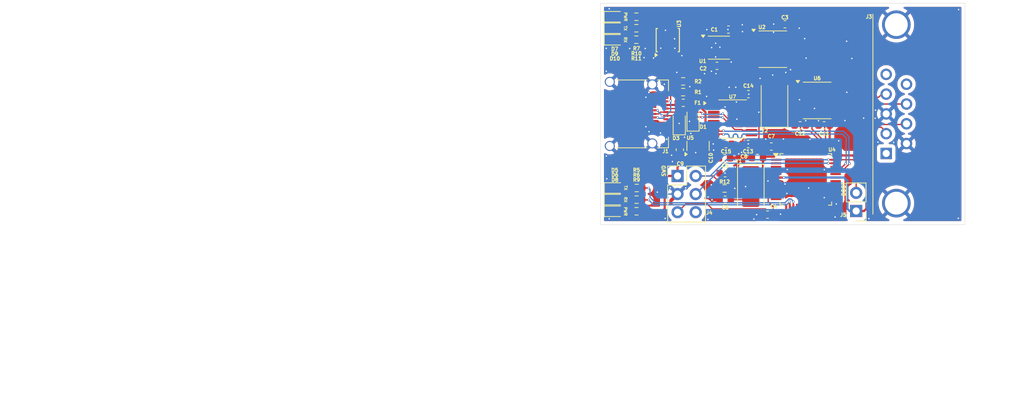
<source format=kicad_pcb>
(kicad_pcb (version 20241229) (generator "pcbnew") (generator_version "9.0")
  (layers (0 "F.Cu" signal) (2 "B.Cu" signal) (13 "F.Paste" user) (15 "B.Paste" user) (5 "F.SilkS" user "F.Silkscreen") (7 "B.SilkS" user "B.Silkscreen") (1 "F.Mask" user) (3 "B.Mask" user) (25 "Edge.Cuts" user))
  (net 0 "")
  (net 1 "GND")
  (net 2 "Net-(U1-V3)")
  (net 3 "+5V")
  (net 4 "+3.3V")
  (net 5 "/mcu/NRST")
  (net 6 "Net-(U4-PF0)")
  (net 7 "Net-(U4-PF1)")
  (net 8 "Net-(U7-VDD33)")
  (net 9 "Net-(D5-A)")
  (net 10 "Net-(D6-A)")
  (net 11 "/CAN-")
  (net 12 "/D_RS-")
  (net 13 "/D_RS+")
  (net 14 "Net-(D10-A)")
  (net 15 "Net-(D7-A)")
  (net 16 "Net-(D8-A)")
  (net 17 "Net-(D9-A)")
  (net 18 "Net-(F1-Pad1)")
  (net 19 "/D_CAN-")
  (net 20 "Net-(J1-CC1)")
  (net 21 "Net-(J1-CC2)")
  (net 22 "/D_CAN+")
  (net 23 "/CAN+")
  (net 27 "/mcu/SWDIO")
  (net 28 "/mcu/SWCLK")
  (net 30 "/mcu/LED_RX")
  (net 31 "/mcu/LED_TX")
  (net 32 "Net-(R10-Pad2)")
  (net 33 "Net-(R11-Pad2)")
  (net 35 "Net-(U1-TNOW)")
  (net 67 "/RX")
  (net 68 "/TX")
  (net 71 "/M+")
  (net 72 "/M-")
  (net 73 "Net-(U7-XO)")
  (net 74 "Net-(U7-XI)")
  (net 80 "/D+")
  (net 81 "/D-")
  (net 82 "/mcu/CAN_TX")
  (net 83 "/mcu/CAN_RX")
  (net 84 "/mcu/CAN_S")
  (footprint "Resistor_SMD:R_0603_1608Metric" (layer "F.Cu") (at 131.49 88.425)
    (property "Reference" "R7")
    (property "Value" "1k")
  )
  (footprint "Crystal:Crystal_SMD_5032-2Pin_5.0x3.2mm" (layer "F.Cu") (at 147.4975 112.205 -90)
    (property "Reference" "Y1")
    (property "Value" "HCI XC53G2-8.000-F12NJHP")
  )
  (footprint "Resistor_SMD:R_0603_1608Metric" (layer "F.Cu") (at 143.83 112.485)
    (property "Reference" "R12")
    (property "Value" "10k")
  )
  (footprint "Resistor_SMD:R_0603_1608Metric" (layer "F.Cu") (at 131.505 115.675)
    (property "Reference" "R9")
    (property "Value" "1k")
  )
  (footprint "Package_SO:MSOP-10_3x3mm_P0.5mm" (layer "F.Cu") (at 143.0325 92.755)
    (property "Reference" "U1")
    (property "Value" "CH340E")
  )
  (footprint "Diode_SMD:D_SOD-323" (layer "F.Cu") (at 139.415 102.835 90)
    (property "Reference" "D1")
    (property "Value" "PTVSHC3D4V5B")
  )
  (footprint "Capacitor_SMD:C_0603_1608Metric" (layer "F.Cu") (at 142.76 95.305)
    (property "Reference" "C2")
    (property "Value" "100n / 16V")
  )
  (footprint "Connector_PinHeader_2.54mm:PinHeader_2x03_P2.54mm_Vertical" (layer "F.Cu") (at 137.245 110.725)
    (property "Reference" "J4")
    (property "Value" "SWD")
  )
  (footprint "Capacitor_SMD:C_0603_1608Metric" (layer "F.Cu") (at 149.84 116.145)
    (property "Reference" "C4")
    (property "Value" "100n / 16V")
  )
  (footprint "Capacitor_SMD:C_0603_1608Metric" (layer "F.Cu") (at 137.565 107.05 90)
    (property "Reference" "C9")
    (property "Value" "10u / 16V")
  )
  (footprint "LED_SMD:LED_0603_1608Metric" (layer "F.Cu") (at 128.4575 91.655)
    (property "Reference" "D10")
    (property "Value" "yellow")
  )
  (footprint "Connector_Dsub:DSUB-9_Pins_Horizontal_P2.77x2.84mm_EdgePinOffset7.70mm_Housed_MountingHolesOffset9.12mm" (layer "F.Cu") (at 166.435 107.575 90)
    (property "Reference" "J3")
    (property "Value" "DB9")
  )
  (footprint "Crystal:Crystal_SMD_5032-2Pin_5.0x3.2mm" (layer "F.Cu") (at 150.81 100.805 90)
    (property "Reference" "Y2")
    (property "Value" "HCI XC53G2-12.000-F20LJDT")
  )
  (footprint "Capacitor_SMD:C_0603_1608Metric" (layer "F.Cu") (at 157.75 103.635)
    (property "Reference" "C11")
    (property "Value" "100n / 16V")
  )
  (footprint "Capacitor_SMD:C_0603_1608Metric" (layer "F.Cu") (at 143.82 108.235 180)
    (property "Reference" "C10")
    (property "Value" "10u / 16V")
  )
  (footprint "Resistor_SMD:R_0603_1608Metric" (layer "F.Cu") (at 131.535 112.415)
    (property "Reference" "R5")
    (property "Value" "1k")
  )
  (footprint "Capacitor_SMD:C_0603_1608Metric" (layer "F.Cu") (at 144.37 90.225 180)
    (property "Reference" "C1")
    (property "Value" "100n")
  )
  (footprint "Capacitor_SMD:C_0603_1608Metric" (layer "F.Cu") (at 154.4 103.635 180)
    (property "Reference" "C12")
    (property "Value" "100n / 16V")
  )
  (footprint "Resistor_SMD:R_0603_1608Metric" (layer "F.Cu") (at 131.48 90.035)
    (property "Reference" "R10")
    (property "Value" "1k")
  )
  (footprint "Package_SO:SOIC-8_3.9x4.9mm_P1.27mm" (layer "F.Cu") (at 150.58 92.97)
    (property "Reference" "U2")
    (property "Value" "MAX485E")
  )
  (footprint "Diode_SMD:D_SOD-323" (layer "F.Cu") (at 137.485 103.355 90)
    (property "Reference" "D3")
    (property "Value" "PTVSHC3D4V5B")
  )
  (footprint "Resistor_SMD:R_0603_1608Metric" (layer "F.Cu") (at 138.031827 97.482573)
    (property "Reference" "R2")
    (property "Value" "5.1k")
  )
  (footprint "Package_QFP:LQFP-48_7x7mm_P0.5mm" (layer "F.Cu") (at 155.1975 111.205)
    (property "Reference" "U4")
    (property "Value" "STM32G0B1CBT")
  )
  (footprint "Capacitor_SMD:C_0603_1608Metric" (layer "F.Cu") (at 152.27 89.475)
    (property "Reference" "C3")
    (property "Value" "100n / 16V")
  )
  (footprint "Package_TO_SOT_SMD:SOT-23" (layer "F.Cu") (at 140.115 106.5225 90)
    (property "Reference" "U5")
    (property "Value" "MCP1754S-3302xCB")
  )
  (footprint "Capacitor_SMD:C_0603_1608Metric" (layer "F.Cu") (at 147.1225 106.255 180)
    (property "Reference" "C13")
    (property "Value" "100n / 16V")
  )
  (footprint "Resistor_SMD:R_0603_1608Metric" (layer "F.Cu") (at 131.48 91.645)
    (property "Reference" "R11")
    (property "Value" "1k")
  )
  (footprint "Connector_USB:USB_C_Receptacle_Amphenol_12401610E4-2A_CircularHoles" (layer "F.Cu") (at 130.605 102.035 -90)
    (property "Reference" "J1")
    (property "Value" "USB_C_Receptacle_USB2.0_14P")
  )
  (footprint "Capacitor_SMD:C_0603_1608Metric" (layer "F.Cu") (at 143.9025 110.345)
    (property "Reference" "C5")
    (property "Value" "6p / 50V")
  )
  (footprint "Package_SO:TSSOP-8_3x3mm_P0.65mm" (layer "F.Cu") (at 135.88 91.695 90)
    (property "Reference" "U3")
    (property "Value" "74LVC2G240")
  )
  (footprint "Resistor_SMD:R_0603_1608Metric" (layer "F.Cu") (at 138.031827 98.982573)
    (property "Reference" "R1")
    (property "Value" "5.1k")
  )
  (footprint "Capacitor_SMD:C_0603_1608Metric" (layer "F.Cu") (at 148.4225 108.195)
    (property "Reference" "C8")
    (property "Value" "100n / 16V")
  )
  (footprint "LED_SMD:LED_0603_1608Metric" (layer "F.Cu") (at 128.4475 90.035)
    (property "Reference" "D9")
    (property "Value" "yellow")
  )
  (footprint "LED_SMD:LED_0603_1608Metric" (layer "F.Cu") (at 128.4725 114.045)
    (property "Reference" "D6")
    (property "Value" "yellow")
  )
  (footprint "Capacitor_SMD:C_0603_1608Metric" (layer "F.Cu") (at 147.16 99.2675 180)
    (property "Reference" "C14")
    (property "Value" "1u / 16V")
  )
  (footprint "Capacitor_SMD:C_0603_1608Metric" (layer "F.Cu") (at 143.9125 114.055)
    (property "Reference" "C6")
    (property "Value" "6p / 16V")
  )
  (footprint "LED_SMD:LED_0603_1608Metric" (layer "F.Cu") (at 128.4825 112.415)
    (property "Reference" "D5")
    (property "Value" "yellow")
  )
  (footprint "LED_SMD:LED_0603_1608Metric" (layer "F.Cu") (at 128.4625 115.675)
    (property "Reference" "D8")
    (property "Value" "green")
  )
  (footprint "Package_SO:QSOP-16_3.9x4.9mm_P0.635mm" (layer "F.Cu") (at 144.9475 102.755)
    (property "Reference" "U7")
    (property "Value" "CH334R")
  )
  (footprint "Package_SO:SOIC-8_3.9x4.9mm_P1.27mm" (layer "F.Cu") (at 156.775 100.15)
    (property "Reference" "U6")
    (property "Value" "TJA1051T-3")
  )
  (footprint "Capacitor_SMD:C_0603_1608Metric" (layer "F.Cu") (at 150.3625 106.605)
    (property "Reference" "C7")
    (property "Value" "100n / 16V")
  )
  (footprint "Fuse:Fuse_0603_1608Metric" (layer "F.Cu") (at 138.044327 100.482573)
    (property "Reference" "F1")
    (property "Value" "500mA")
  )
  (footprint "Resistor_SMD:R_0603_1608Metric" (layer "F.Cu") (at 131.515 114.045)
    (property "Reference" "R6")
    (property "Value" "1k")
  )
  (footprint "Connector_PinHeader_2.54mm:PinHeader_1x02_P2.54mm_Vertical" (layer "F.Cu") (at 162.235 115.635 180)
    (property "Reference" "J5")
    (property "Value" "BOOT")
  )
  (footprint "LED_SMD:LED_0603_1608Metric" (layer "F.Cu") (at 128.4475 88.425)
    (property "Reference" "D7")
    (property "Value" "green")
  )
  (footprint "Capacitor_SMD:C_0603_1608Metric" (layer "F.Cu") (at 144.0225 106.255)
    (property "Reference" "C15")
    (property "Value" "10u / 16V")
  )
  (gr_rect (start 126.455 86.545) (end 177.455 117.545) (stroke (width 0.05)) (fill no) (layer "Edge.Cuts"))
  (gr_text "TX" (at 129.755 112.395 270) (layer "F.SilkS") (effects (font (size 0.4 0.4) (thickness 0.1)) (justify bottom)))
  (gr_text "RX" (at 129.715 91.655 270) (layer "F.SilkS") (effects (font (size 0.4 0.4) (thickness 0.1)) (justify bottom)))
  (gr_text "SWD" (at 135.615 110.015 90) (layer "F.SilkS") (effects (font (size 0.5 0.5) (thickness 0.125) (bold yes)) (justify bottom)))
  (gr_text "BOOT" (at 160.785 112.575 90) (layer "F.SilkS") (effects (font (size 0.5 0.5) (thickness 0.125) (bold yes)) (justify bottom)))
  (gr_text "RX" (at 129.735 114.045 270) (layer "F.SilkS") (effects (font (size 0.4 0.4) (thickness 0.1)) (justify bottom)))
  (gr_text "PWR" (at 129.725 115.685 270) (layer "F.SilkS") (effects (font (size 0.4 0.4) (thickness 0.1)) (justify bottom)))
  (gr_text "TX" (at 129.705 90.035 270) (layer "F.SilkS") (effects (font (size 0.4 0.4) (thickness 0.1)) (justify bottom)))
  (gr_text "PWR" (at 129.735 88.425 270) (layer "F.SilkS") (effects (font (size 0.4 0.4) (thickness 0.1)) (justify bottom)))
  (segment (start 147.165 106.255) (end 147.145 106.235) (width 0.18) (layer "F.Cu") (net 1))
  (segment (start 151.035 111.455) (end 149.915 111.455) (width 0.18) (layer "F.Cu") (net 1))
  (segment (start 147.6475 108.195) (end 146.975 108.195) (width 0.18) (layer "F.Cu") (net 1))
  (segment (start 156.975 103.635) (end 156.975 102.995) (width 0.18) (layer "F.Cu") (net 1))
  (segment (start 141.985 95.305) (end 141.985 96.065) (width 0.18) (layer "F.Cu") (net 1))
  (segment (start 143.2475 106.255) (end 142.245 106.255) (width 0.18) (layer "F.Cu") (net 1))
  (segment (start 154.3 99.515) (end 154.3 100.03) (width 0.18) (layer "F.Cu") (net 1))
  (segment (start 148.6075 101.8025) (end 148.615 101.795) (width 0.18) (layer "F.Cu") (net 1))
  (segment (start 135.625 104.785) (end 134.935 104.785) (width 0.18) (layer "F.Cu") (net 1))
  (segment (start 143.595 90.225) (end 144.285 90.225) (width 0.18) (layer "F.Cu") (net 1))
  (segment (start 143.885 110.345) (end 143.895 110.335) (width 0.18) (layer "F.Cu") (net 1))
  (segment (start 142.075 114.055) (end 142.065 114.065) (width 0.18) (layer "F.Cu") (net 1))
  (segment (start 144.655 112.485) (end 145.235 112.485) (width 0.18) (layer "F.Cu") (net 1))
  (segment (start 145.235 112.485) (end 145.255 112.465) (width 0.18) (layer "F.Cu") (net 1))
  (segment (start 135.555 89.545) (end 135.555 90.325) (width 0.18) (layer "F.Cu") (net 1))
  (segment (start 150.715 89.475) (end 150.695 89.455) (width 0.18) (layer "F.Cu") (net 1))
  (segment (start 147.8975 106.255) (end 147.165 106.255) (width 0.18) (layer "F.Cu") (net 1))
  (segment (start 166.435 102.035) (end 166.455 102.035) (width 0.18) (layer "F.Cu") (net 1))
  (segment (start 144.595 108.235) (end 145.195 108.235) (width 0.18) (layer "F.Cu") (net 1))
  (segment (start 147.935 99.2675) (end 147.2225 99.2675) (width 0.18) (layer "F.Cu") (net 1))
  (segment (start 153.055 94.875) (end 153.055 95.845) (width 0.18) (layer "F.Cu") (net 1))
  (segment (start 147.585 101.8025) (end 148.6075 101.8025) (width 0.18) (layer "F.Cu") (net 1))
  (segment (start 135.625 99.285) (end 135.625 98.095) (width 0.18) (layer "F.Cu") (net 1))
  (segment (start 135.625 98.095) (end 135.405 97.875) (width 0.18) (layer "F.Cu") (net 1))
  (segment (start 140.92 92.755) (end 142.005 92.755) (width 0.18) (layer "F.Cu") (net 1))
  (segment (start 146.975 108.195) (end 146.205 107.425) (width 0.18) (layer "F.Cu") (net 1))
  (segment (start 143.1275 110.345) (end 143.885 110.345) (width 0.18) (layer "F.Cu") (net 1))
  (segment (start 135.625 104.785) (end 135.625 105.455) (width 0.18) (layer "F.Cu") (net 1))
  (segment (start 133.265 104.535) (end 133.255 104.525) (width 0.18) (layer "F.Cu") (net 1))
  (segment (start 149.915 111.455) (end 149.895 111.435) (width 0.18) (layer "F.Cu") (net 1))
  (segment (start 149.5875 106.605) (end 149.5875 105.5775) (width 0.18) (layer "F.Cu") (net 1))
  (segment (start 155.175 103.635) (end 155.175 102.975) (width 0.18) (layer "F.Cu") (net 1))
  (segment (start 144.285 90.225) (end 144.295 90.215) (width 0.18) (layer "F.Cu") (net 1))
  (segment (start 154.3 100.03) (end 154.315 100.045) (width 0.18) (layer "F.Cu") (net 1))
  (segment (start 142.005 92.755) (end 142.015 92.745) (width 0.18) (layer "F.Cu") (net 1))
  (segment (start 139.78 107.46) (end 139.785 107.455) (width 0.18) (layer "F.Cu") (net 1))
  (segment (start 133.925 99.035) (end 133.235 99.035) (width 0.18) (layer "F.Cu") (net 1))
  (segment (start 138.856827 98.313173) (end 138.955 98.215) (width 0.18) (layer "F.Cu") (net 1))
  (segment (start 134.905 93.845) (end 134.905 92.835) (width 0.18) (layer "F.Cu") (net 1))
  (segment (start 136.855 93.845) (end 136.855 92.855) (width 0.18) (layer "F.Cu") (net 1))
  (segment (start 143.1375 114.055) (end 142.075 114.055) (width 0.18) (layer "F.Cu") (net 1))
  (segment (start 134.935 104.785) (end 134.855 104.705) (width 0.18) (layer "F.Cu") (net 1))
  (segment (start 139.165 107.46) (end 139.78 107.46) (width 0.18) (layer "F.Cu") (net 1))
  (segment (start 137.565 107.825) (end 136.415 107.825) (width 0.18) (layer "F.Cu") (net 1))
  (segment (start 134.905 92.835) (end 134.895 92.825) (width 0.18) (layer "F.Cu") (net 1))
  (segment (start 166.435 102.035) (end 165.955 102.035) (width 0.18) (layer "F.Cu") (net 1))
  (segment (start 151.875 111.455) (end 152.285 111.865) (width 0.18) (layer "F.Cu") (net 1))
  (segment (start 135.625 105.455) (end 135.745 105.575) (width 0.18) (layer "F.Cu") (net 1))
  (segment (start 142.245 106.255) (end 142.235 106.245) (width 0.18) (layer "F.Cu") (net 1))
  (segment (start 147.2225 99.2675) (end 147.215 99.275) (width 0.18) (layer "F.Cu") (net 1))
  (segment (start 156.975 102.995) (end 156.965 102.985) (width 0.18) (layer "F.Cu") (net 1))
  (segment (start 136.855 92.855) (end 136.865 92.845) (width 0.18) (layer "F.Cu") (net 1))
  (segment (start 149.065 116.145) (end 148.305 116.145) (width 0.18) (layer "F.Cu") (net 1))
  (segment (start 151.495 89.475) (end 150.715 89.475) (width 0.18) (layer "F.Cu") (net 1))
  (segment (start 151.035 111.455) (end 151.875 111.455) (width 0.18) (layer "F.Cu") (net 1))
  (segment (start 145.195 108.235) (end 145.805 107.625) (width 0.18) (layer "F.Cu") (net 1))
  (segment (start 149.5875 105.5775) (end 149.585 105.575) (width 0.18) (layer "F.Cu") (net 1))
  (segment (start 138.856827 98.982573) (end 138.856827 98.313173) (width 0.18) (layer "F.Cu") (net 1))
  (segment (start 133.925 104.535) (end 133.265 104.535) (width 0.18) (layer "F.Cu") (net 1))
  (via (at 150.68 90.61) (size 0.35) (drill 0.2) (layers "F.Cu" "B.Cu") (net 1))
  (via (at 159.46 114.65) (size 0.35) (drill 0.2) (layers "F.Cu" "B.Cu") (net 1))
  (via (at 154.315 100.045) (size 0.35) (drill 0.2) (layers "F.Cu" "B.Cu") (net 1))
  (via (at 132.82 103.83) (size 0.35) (drill 0.2) (layers "F.Cu" "B.Cu") (net 1))
  (via (at 130.54 92.87) (size 0.35) (drill 0.2) (layers "F.Cu" "B.Cu") (net 1))
  (via (at 127.28 107.94) (size 0.35) (drill 0.2) (layers "F.Cu" "B.Cu") (net 1))
  (via (at 155.175 102.975) (size 0.35) (drill 0.2) (layers "F.Cu" "B.Cu") (net 1))
  (via (at 141.02 96.4) (size 0.35) (drill 0.2) (layers "F.Cu" "B.Cu") (net 1))
  (via (at 141.31 99.58) (size 0.35) (drill 0.2) (layers "F.Cu" "B.Cu") (net 1))
  (via (at 138.955 98.215) (size 0.35) (drill 0.2) (layers "F.Cu" "B.Cu") (net 1))
  (via (at 145.32 109.47) (size 0.35) (drill 0.2) (layers "F.Cu" "B.Cu") (net 1))
  (via (at 152.06 105.56) (size 0.35) (drill 0.2) (layers "F.Cu" "B.Cu") (net 1))
  (via (at 159.79 105.8) (size 0.35) (drill 0.2) (layers "F.Cu" "B.Cu") (net 1))
  (via (at 176.56 87.42) (size 0.35) (drill 0.2) (layers "F.Cu" "B.Cu") (net 1))
  (via (at 136.415 107.825) (size 0.35) (drill 0.2) (layers "F.Cu" "B.Cu") (net 1))
  (via (at 146.205 107.425) (size 0.35) (drill 0.2) (layers "F.Cu" "B.Cu") (net 1))
  (via (at 135.52 116.67) (size 0.35) (drill 0.2) (layers "F.Cu" "B.Cu") (net 1))
  (via (at 136.23 112.37) (size 0.35) (drill 0.2) (layers "F.Cu" "B.Cu") (net 1))
  (via (at 159.29 116.48) (size 0.35) (drill 0.2) (layers "F.Cu" "B.Cu") (net 1))
  (via (at 133.235 99.035) (size 0.35) (drill 0.2) (layers "F.Cu" "B.Cu") (net 1))
  (via (at 141.985 96.065) (size 0.35) (drill 0.2) (layers "F.Cu" "B.Cu") (net 1))
  (via (at 132.56 94.15) (size 0.35) (drill 0.2) (layers "F.Cu" "B.Cu") (net 1))
  (via (at 157.78 109.85) (size 0.35) (drill 0.2) (layers "F.Cu" "B.Cu") (net 1))
  (via (at 135.405 97.875) (size 0.35) (drill 0.2) (layers "F.Cu" "B.Cu") (net 1))
  (via (at 136.53 108.71) (size 0.35) (drill 0.2) (layers "F.Cu" "B.Cu") (net 1))
  (via (at 149.895 111.435) (size 0.35) (drill 0.2) (layers "F.Cu" "B.Cu") (net 1))
  (via (at 142.58 94.06) (size 0.35) (drill 0.2) (layers "F.Cu" "B.Cu") (net 1))
  (via (at 150.56 96.59) (size 0.35) (drill 0.2) (layers "F.Cu" "B.Cu") (net 1))
  (via (at 157.77 113.77) (size 0.35) (drill 0.2) (layers "F.Cu" "B.Cu") (net 1))
  (via (at 156.965 102.985) (size 0.35) (drill 0.2) (layers "F.Cu" "B.Cu") (net 1))
  (via (at 135.555 90.325) (size 0.35) (drill 0.2) (layers "F.Cu" "B.Cu") (net 1))
  (via (at 160.92 99.01) (size 0.35) (drill 0.2) (layers "F.Cu" "B.Cu") (net 1))
  (via (at 145.39 98.31) (size 0.35) (drill 0.2) (layers "F.Cu" "B.Cu") (net 1))
  (via (at 141.98 111.97) (size 0.35) (drill 0.2) (layers "F.Cu" "B.Cu") (net 1))
  (via (at 151.65 116.08) (size 0.35) (drill 0.2) (layers "F.Cu" "B.Cu") (net 1))
  (via (at 163.28 102.63) (size 0.35) (drill 0.2) (layers "F.Cu" "B.Cu") (net 1))
  (via (at 152.6 109.84) (size 0.35) (drill 0.2) (layers "F.Cu" "B.Cu") (net 1))
  (via (at 142.61 96.4) (size 0.35) (drill 0.2) (layers "F.Cu" "B.Cu") (net 1))
  (via (at 127.28 96.06) (size 0.35) (drill 0.2) (layers "F.Cu" "B.Cu") (net 1))
  (via (at 142.235 106.245) (size 0.35) (drill 0.2) (layers "F.Cu" "B.Cu") (net 1))
  (via (at 164.92 101.51) (size 0.35) (drill 0.2) (layers "F.Cu" "B.Cu") (net 1))
  (via (at 141.5 116.81) (size 0.35) (drill 0.2) (layers "F.Cu" "B.Cu") (net 1))
  (via (at 139.785 107.455) (size 0.35) (drill 0.2) (layers "F.Cu" "B.Cu") (net 1))
  (via (at 147.145 106.235) (size 0.35) (drill 0.2) (layers "F.Cu" "B.Cu") (net 1))
  (via (at 147.215 99.275) (size 0.35) (drill 0.2) (layers "F.Cu" "B.Cu") (net 1))
  (via (at 148.615 101.795) (size 0.35) (drill 0.2) (layers "F.Cu" "B.Cu") (net 1))
  (via (at 144.295 90.215) (size 0.35) (drill 0.2) (layers "F.Cu" "B.Cu") (net 1))
  (via (at 148.79 97.06) (size 0.35) (drill 0.2) (layers "F.Cu" "B.Cu") (net 1))
  (via (at 167.48 106.02) (size 0.35) (drill 0.2) (layers "F.Cu" "B.Cu") (net 1))
  (via (at 149.585 105.575) (size 0.35) (drill 0.2) (layers "F.Cu" "B.Cu") (net 1))
  (via (at 142.58 92.14) (size 0.35) (drill 0.2) (layers "F.Cu" "B.Cu") (net 1))
  (via (at 165.28 105.99) (size 0.35) (drill 0.2) (layers "F.Cu" "B.Cu") (net 1))
  (via (at 156.4 101.27) (size 0.35) (drill 0.2) (layers "F.Cu" "B.Cu") (net 1))
  (via (at 127.69 87.31) (size 0.35) (drill 0.2) (layers "F.Cu" "B.Cu") (net 1))
  (via (at 134.415 112.995) (size 0.35) (drill 0.2) (layers "F.Cu" "B.Cu") (net 1))
  (via (at 145.805 107.625) (size 0.35) (drill 0.2) (layers "F.Cu" "B.Cu") (net 1))
  (via (at 135.745 105.575) (size 0.35) (drill 0.2) (layers "F.Cu" "B.Cu") (net 1))
  (via (at 152.285 111.865) (size 0.35) (drill 0.2) (layers "F.Cu" "B.Cu") (net 1))
  (via (at 127.35 111.12) (size 0.35) (drill 0.2) (layers "F.Cu" "B.Cu") (net 1))
  (via (at 146.33 90.51) (size 0.35) (drill 0.2) (layers "F.Cu" "B.Cu") (net 1))
  (via (at 127.68 116.72) (size 0.35) (drill 0.2) (layers "F.Cu" "B.Cu") (net 1))
  (via (at 160.9 91.86) (size 0.35) (drill 0.2) (layers "F.Cu" "B.Cu") (net 1))
  (via (at 137.85 93.88) (size 0.35) (drill 0.2) (layers "F.Cu" "B.Cu") (net 1))
  (via (at 146.76 112.22) (size 0.35) (drill 0.2) (layers "F.Cu" "B.Cu") (net 1))
  (via (at 143.895 110.335) (size 0.35) (drill 0.2) (layers "F.Cu" "B.Cu") (net 1))
  (via (at 150.695 89.455) (size 0.35) (drill 0.2) (layers "F.Cu" "B.Cu") (net 1))
  (via (at 136.865 92.845) (size 0.35) (drill 0.2) (layers "F.Cu" "B.Cu") (net 1))
  (via (at 148.305 116.145) (size 0.35) (drill 0.2) (layers "F.Cu" "B.Cu") (net 1))
  (via (at 155.77 105.6) (size 0.35) (drill 0.2) (layers "F.Cu" "B.Cu") (net 1))
  (via (at 137.47 103.37) (size 0.35) (drill 0.2) (layers "F.Cu" "B.Cu") (net 1))
  (via (at 161.63 94.27) (size 0.35) (drill 0.2) (layers "F.Cu" "B.Cu") (net 1))
  (via (at 146.3 89.55) (size 0.35) (drill 0.2) (layers "F.Cu" "B.Cu") (net 1))
  (via (at 136.83 91.51) (size 0.35) (drill 0.2) (layers "F.Cu" "B.Cu") (net 1))
  (via (at 138.91 103.08) (size 0.35) (drill 0.2) (layers "F.Cu" "B.Cu") (net 1))
  (via (at 127.27 92.85) (size 0.35) (drill 0.2) (layers "F.Cu" "B.Cu") (net 1))
  (via (at 138.22 105.3) (size 0.35) (drill 0.2) (layers "F.Cu" "B.Cu") (net 1))
  (via (at 143.89 101.06) (size 0.35) (drill 0.2) (layers "F.Cu" "B.Cu") (net 1))
  (via (at 160.66 102.97) (size 0.35) (drill 0.2) (layers "F.Cu" "B.Cu") (net 1))
  (via (at 132.82 99.7) (size 0.35) (drill 0.2) (layers "F.Cu" "B.Cu") (net 1))
  (via (at 142.3 107.11) (size 0.35) (drill 0.2) (layers "F.Cu" "B.Cu") (net 1))
  (via (at 145.48 100.36) (size 0.35) (drill 0.2) (layers "F.Cu" "B.Cu") (net 1))
  (via (at 153.055 95.845) (size 0.35) (drill 0.2) (layers "F.Cu" "B.Cu") (net 1))
  (via (at 139.1 104.77) (size 0.35) (drill 0.2) (layers "F.Cu" "B.Cu") (net 1))
  (via (at 164.89 102.65) (size 0.35) (drill 0.2) (layers "F.Cu" "B.Cu") (net 1))
  (via (at 141.335 90.245) (size 0.35) (drill 0.2) (layers "F.Cu" "B.Cu") (net 1))
  (via (at 155.23 94.22) (size 0.35) (drill 0.2) (layers "F.Cu" "B.Cu") (net 1))
  (via (at 138.385 112.385) (size 0.35) (drill 0.2) (layers "F.Cu" "B.Cu") (net 1))
  (via (at 164.01 116.7) (size 0.35) (drill 0.2) (layers "F.Cu" "B.Cu") (net 1))
  (via (at 141.52 113.67) (size 0.35) (drill 0.2) (layers "F.Cu" "B.Cu") (net 1))
  (via (at 152.39 96.23) (size 0.35) (drill 0.2) (layers "F.Cu" "B.Cu") (net 1))
  (via (at 144.47 98.31) (size 0.35) (drill 0.2) (layers "F.Cu" "B.Cu") (net 1))
  (via (at 155.03 91.49) (size 0.35) (drill 0.2) (layers "F.Cu" "B.Cu") (net 1))
  (via (at 133.88 94.21) (size 0.35) (drill 0.2) (layers "F.Cu" "B.Cu") (net 1))
  (via (at 147.93 116.77) (size 0.35) (drill 0.2) (layers "F.Cu" "B.Cu") (net 1))
  (via (at 144.75 94.77) (size 0.35) (drill 0.2) (layers "F.Cu" "B.Cu") (net 1))
  (via (at 152.54 113.18) (size 0.35) (drill 0.2) (layers "F.Cu" "B.Cu") (net 1))
  (via (at 145.255 112.465) (size 0.35) (drill 0.2) (layers "F.Cu" "B.Cu") (net 1))
  (via (at 155.59 112.41) (size 0.35) (drill 0.2) (layers "F.Cu" "B.Cu") (net 1))
  (via (at 143.17 92.69) (size 0.35) (drill 0.2) (layers "F.Cu" "B.Cu") (net 1))
  (via (at 154.27 90.03) (size 0.35) (drill 0.2) (layers "F.Cu" "B.Cu") (net 1))
  (via (at 137.15 96.22) (size 0.35) (drill 0.2) (layers "F.Cu" "B.Cu") (net 1))
  (via (at 176.52 116.65) (size 0.35) (drill 0.2) (layers "F.Cu" "B.Cu") (net 1))
  (via (at 142.015 92.745) (size 0.35) (drill 0.2) (layers "F.Cu" "B.Cu") (net 1))
  (via (at 133.255 104.525) (size 0.35) (drill 0.2) (layers "F.Cu" "B.Cu") (net 1))
  (via (at 134.895 92.825) (size 0.35) (drill 0.2) (layers "F.Cu" "B.Cu") (net 1))
  (via (at 142.065 114.065) (size 0.35) (drill 0.2) (layers "F.Cu" "B.Cu") (net 1))
  (via (at 134.855 104.705) (size 0.35) (drill 0.2) (layers "F.Cu" "B.Cu") (net 1))
  (via (at 132.72 92.87) (size 0.35) (drill 0.2) (layers "F.Cu" "B.Cu") (net 1))
  (via (at 145.55 102.77) (size 0.35) (drill 0.2) (layers "F.Cu" "B.Cu") (net 1))
  (segment (start 134.685 113.265) (end 134.415 112.995) (width 0.18) (layer "B.Cu") (net 1))
  (segment (start 137.505 113.265) (end 138.385 112.385) (width 0.18) (layer "B.Cu") (net 1))
  (segment (start 137.245 113.265) (end 137.505 113.265) (width 0.18) (layer "B.Cu") (net 1))
  (segment (start 137.245 113.265) (end 134.685 113.265) (width 0.18) (layer "B.Cu") (net 1))
  (segment (start 145.145 90.225) (end 145.145 91.755) (width 0.18) (layer "F.Cu") (net 2))
  (segment (start 143.945 93.255) (end 143.535 93.665) (width 0.3) (layer "F.Cu") (net 3))
  (segment (start 138.831827 100.482573) (end 139.842573 100.482573) (width 0.3) (layer "F.Cu") (net 3))
  (segment (start 152.215 91.055) (end 153.045 91.055) (width 0.3) (layer "F.Cu") (net 3))
  (segment (start 138.425 106.275) (end 137.565 106.275) (width 0.3) (layer "F.Cu") (net 3))
  (segment (start 153.055 91.065) (end 151.605 91.065) (width 0.3) (layer "F.Cu") (net 3))
  (segment (start 138.205827 99.485827) (end 138.205827 95.555827) (width 0.3) (layer "F.Cu") (net 3))
  (segment (start 134.905 89.545) (end 134.905 88.755) (width 0.3) (layer "F.Cu") (net 3))
  (segment (start 155.365 97.205) (end 155.765 97.605) (width 0.3) (layer "F.Cu") (net 3))
  (segment (start 153.045 88.875) (end 152.805 88.635) (width 0.3) (layer "F.Cu") (net 3))
  (segment (start 152.075 97.205) (end 152.125 97.205) (width 0.3) (layer "F.Cu") (net 3))
  (segment (start 146.385 99.2675) (end 146.385 102.695) (width 0.3) (layer "F.Cu") (net 3))
  (segment (start 152.075 97.205) (end 152.405 97.205) (width 0.3) (layer "F.Cu") (net 3))
  (segment (start 140.115 105.585) (end 139.115 105.585) (width 0.3) (layer "F.Cu") (net 3))
  (segment (start 145.145 93.255) (end 143.945 93.255) (width 0.3) (layer "F.Cu") (net 3))
  (segment (start 134.625 88.475) (end 134.905 88.755) (width 0.3) (layer "F.Cu") (net 3))
  (segment (start 135.025 88.635) (end 134.815 88.425) (width 0.3) (layer "F.Cu") (net 3))
  (segment (start 151.605 91.065) (end 151.475 91.195) (width 0.3) (layer "F.Cu") (net 3))
  (segment (start 151.755 97.205) (end 152.075 97.205) (width 0.3) (layer "F.Cu") (net 3))
  (segment (start 151.475 91.195) (end 151.475 92.095) (width 0.3) (layer "F.Cu") (net 3))
  (segment (start 138.831827 100.111827) (end 138.205827 99.485827) (width 0.3) (layer "F.Cu") (net 3))
  (segment (start 144.085 99.285) (end 144.1025 99.2675) (width 0.3) (layer "F.Cu") (net 3))
  (segment (start 151.475 96.825) (end 151.475 96.925) (width 0.3) (layer "F.Cu") (net 3))
  (segment (start 149.645 97.605) (end 151.075 97.605) (width 0.3) (layer "F.Cu") (net 3))
  (segment (start 143.535 95.305) (end 143.535 98.735) (width 0.3) (layer "F.Cu") (net 3))
  (segment (start 135.025 88.635) (end 134.905 88.755) (width 0.3) (layer "F.Cu") (net 3))
  (segment (start 153.045 89.475) (end 153.045 91.055) (width 0.3) (layer "F.Cu") (net 3))
  (segment (start 155.765 100.455) (end 155.435 100.785) (width 0.3) (layer "F.Cu") (net 3))
  (segment (start 152.805 88.635) (end 135.025 88.635) (width 0.3) (layer "F.Cu") (net 3))
  (segment (start 151.075 97.605) (end 151.475 97.205) (width 0.3) (layer "F.Cu") (net 3))
  (segment (start 152.685 97.205) (end 152.715 97.205) (width 0.3) (layer "F.Cu") (net 3))
  (segment (start 146.815 98.035) (end 149.215 98.035) (width 0.3) (layer "F.Cu") (net 3))
  (segment (start 137.856 95.206) (end 132.096 95.206) (width 0.3) (layer "F.Cu") (net 3))
  (segment (start 138.205827 95.555827) (end 137.856 95.206) (width 0.3) (layer "F.Cu") (net 3))
  (segment (start 149.215 98.035) (end 149.645 97.605) (width 0.3) (layer "F.Cu") (net 3))
  (segment (start 152.405 97.485) (end 152.685 97.205) (width 0.3) (layer "F.Cu") (net 3))
  (segment (start 155.765 97.605) (end 155.765 100.455) (width 0.3) (layer "F.Cu") (net 3))
  (segment (start 152.405 103.255) (end 152.785 103.635) (width 0.3) (layer "F.Cu") (net 3))
  (segment (start 152.715 97.205) (end 155.365 97.205) (width 0.3) (layer "F.Cu") (net 3))
  (segment (start 152.125 97.205) (end 152.405 97.485) (width 0.3) (layer "F.Cu") (net 3))
  (segment (start 139.842573 100.482573) (end 141.155 101.795) (width 0.3) (layer "F.Cu") (net 3))
  (segment (start 131.575 88.595) (end 131.745 88.425) (width 0.3) (layer "F.Cu") (net 3))
  (segment (start 153.045 91.055) (end 153.055 91.065) (width 0.3) (layer "F.Cu") (net 3))
  (segment (start 143.535 93.665) (end 143.535 95.305) (width 0.3) (layer "F.Cu") (net 3))
  (segment (start 143.535 98.735) (end 144.085 99.285) (width 0.3) (layer "F.Cu") (net 3))
  (segment (start 151.475 97.205) (end 151.755 97.205) (width 0.3) (layer "F.Cu") (net 3))
  (segment (start 146.7625 103.0725) (end 147.585 103.0725) (width 0.3) (layer "F.Cu") (net 3))
  (segment (start 134.905 88.715) (end 134.905 88.755) (width 0.18) (layer "F.Cu") (net 3))
  (segment (start 153.045 89.475) (end 153.045 88.875) (width 0.3) (layer "F.Cu") (net 3))
  (segment (start 152.405 97.205) (end 152.405 97.485) (width 0.3) (layer "F.Cu") (net 3))
  (segment (start 144.1025 99.2675) (end 146.385 99.2675) (width 0.3) (layer "F.Cu") (net 3))
  (segment (start 155.435 100.785) (end 154.3 100.785) (width 0.3) (layer "F.Cu") (net 3))
  (segment (start 151.475 96.925) (end 151.755 97.205) (width 0.3) (layer "F.Cu") (net 3))
  (segment (start 146.385 98.465) (end 146.815 98.035) (width 0.3) (layer "F.Cu") (net 3))
  (segment (start 131.575 94.685) (end 131.575 88.595) (width 0.3) (layer "F.Cu") (net 3))
  (segment (start 152.785 103.635) (end 153.625 103.635) (width 0.3) (layer "F.Cu") (net 3))
  (segment (start 134.815 88.425) (end 134.625 88.425) (width 0.3) (layer "F.Cu") (net 3))
  (segment (start 132.096 95.206) (end 131.575 94.685) (width 0.3) (layer "F.Cu") (net 3))
  (segment (start 140.875 105.585) (end 140.115 105.585) (width 0.3) (layer "F.Cu") (net 3))
  (segment (start 152.405 97.205) (end 152.715 97.205) (width 0.3) (layer "F.Cu") (net 3))
  (segment (start 131.745 88.425) (end 132.315 88.425) (width 0.3) (layer "F.Cu") (net 3))
  (segment (start 141.155 105.305) (end 140.875 105.585) (width 0.3) (layer "F.Cu") (net 3))
  (segment (start 134.625 88.425) (end 132.315 88.425) (width 0.3) (layer "F.Cu") (net 3))
  (segment (start 146.385 99.2675) (end 146.385 98.465) (width 0.3) (layer "F.Cu") (net 3))
  (segment (start 141.155 101.795) (end 141.155 105.305) (width 0.3) (layer "F.Cu") (net 3))
  (segment (start 146.385 102.695) (end 146.7625 103.0725) (width 0.3) (layer "F.Cu") (net 3))
  (segment (start 138.831827 100.482573) (end 138.831827 100.111827) (width 0.3) (layer "F.Cu") (net 3))
  (segment (start 151.475 97.205) (end 151.475 96.825) (width 0.3) (layer "F.Cu") (net 3))
  (segment (start 134.625 88.425) (end 134.625 88.475) (width 0.3) (layer "F.Cu") (net 3))
  (segment (start 152.405 97.485) (end 152.405 103.255) (width 0.3) (layer "F.Cu") (net 3))
  (segment (start 151.475 96.825) (end 151.475 92.095) (width 0.3) (layer "F.Cu") (net 3))
  (segment (start 139.115 105.585) (end 138.425 106.275) (width 0.3) (layer "F.Cu") (net 3))
  (segment (start 141.065 108.545) (end 141.065 107.46) (width 0.3) (layer "F.Cu") (net 4))
  (segment (start 159.055 103.635) (end 158.525 103.635) (width 0.3) (layer "F.Cu") (net 4))
  (segment (start 159.25 102.055) (end 159.25 103.44) (width 0.3) (layer "F.Cu") (net 4))
  (segment (start 137.245 110.725) (end 137.245 109.405) (width 0.3) (layer "F.Cu") (net 4))
  (segment (start 144.2906 107.385) (end 143.345 107.385) (width 0.3) (layer "F.Cu") (net 4))
  (segment (start 151.035 110.955) (end 151.035 109.955) (width 0.3) (layer "F.Cu") (net 4))
  (segment (start 135.885 110.725) (end 137.245 110.725) (width 0.3) (layer "F.Cu") (net 4))
  (segment (start 151.035 109.955) (end 149.515 109.955) (width 0.3) (layer "F.Cu") (net 4))
  (segment (start 135.445 111.165) (end 135.885 110.725) (width 0.3) (layer "F.Cu") (net 4))
  (segment (start 159.25 103.44) (end 159.055 103.635) (width 0.3) (layer "F.Cu") (net 4))
  (segment (start 149.515 109.955) (end 149.1975 109.6375) (width 0.3) (layer "F.Cu") (net 4))
  (segment (start 151.035 110.955) (end 152.105 110.955) (width 0.3) (layer "F.Cu") (net 4))
  (segment (start 137.625 109.025) (end 140.585 109.025) (width 0.3) (layer "F.Cu") (net 4))
  (segment (start 149.1975 108.195) (end 149.1975 107.6275) (width 0.3) (layer "F.Cu") (net 4))
  (segment (start 160.285 107.855) (end 161.755 107.855) (width 0.3) (layer "F.Cu") (net 4))
  (segment (start 149.1975 109.6375) (end 149.1975 108.195) (width 0.3) (layer "F.Cu") (net 4))
  (segment (start 141.45 107.46) (end 142.225 108.235) (width 0.3) (layer "F.Cu") (net 4))
  (segment (start 135.095 115.675) (end 135.445 115.325) (width 0.3) (layer "F.Cu") (net 4))
  (segment (start 135.445 115.325) (end 135.445 111.165) (width 0.3) (layer "F.Cu") (net 4))
  (segment (start 158.525 106.095) (end 160.285 107.855) (width 0.3) (layer "F.Cu") (net 4))
  (segment (start 149.1975 107.6275) (end 148.569 106.999) (width 0.3) (layer "F.Cu") (net 4))
  (segment (start 151.1375 107.6425) (end 151.1375 106.605) (width 0.3) (layer "F.Cu") (net 4))
  (segment (start 150.755 108.025) (end 151.1375 107.6425) (width 0.3) (layer "F.Cu") (net 4))
  (segment (start 143.045 107.685) (end 143.045 108.235) (width 0.3) (layer "F.Cu") (net 4))
  (segment (start 161.755 107.855) (end 163.665 109.765) (width 0.3) (layer "F.Cu") (net 4))
  (segment (start 162.235 115.635) (end 163.335 115.635) (width 0.3) (layer "F.Cu") (net 4))
  (segment (start 144.6766 106.999) (end 144.2906 107.385) (width 0.3) (layer "F.Cu") (net 4))
  (segment (start 149.1975 108.195) (end 149.3675 108.025) (width 0.3) (layer "F.Cu") (net 4))
  (segment (start 148.569 106.999) (end 144.6766 106.999) (width 0.3) (layer "F.Cu") (net 4))
  (segment (start 158.525 103.635) (end 158.525 106.095) (width 0.3) (layer "F.Cu") (net 4))
  (segment (start 143.345 107.385) (end 143.045 107.685) (width 0.3) (layer "F.Cu") (net 4))
  (segment (start 163.335 115.635) (end 163.665 115.305) (width 0.3) (layer "F.Cu") (net 4))
  (segment (start 149.3675 108.025) (end 150.755 108.025) (width 0.3) (layer "F.Cu") (net 4))
  (segment (start 141.065 107.46) (end 141.45 107.46) (width 0.3) (layer "F.Cu") (net 4))
  (segment (start 163.665 109.765) (end 163.665 115.305) (width 0.3) (layer "F.Cu") (net 4))
  (segment (start 132.33 115.675) (end 135.095 115.675) (width 0.3) (layer "F.Cu") (net 4))
  (segment (start 142.225 108.235) (end 143.045 108.235) (width 0.3) (layer "F.Cu") (net 4))
  (segment (start 152.105 110.955) (end 152.115 110.945) (width 0.3) (layer "F.Cu") (net 4))
  (segment (start 140.585 109.025) (end 141.065 108.545) (width 0.3) (layer "F.Cu") (net 4))
  (segment (start 137.245 109.405) (end 137.625 109.025) (width 0.3) (layer "F.Cu") (net 4))
  (via (at 152.115 110.945) (size 0.35) (drill 0.2) (layers "F.Cu" "B.Cu") (net 4))
  (segment (start 161.015 111.415) (end 161.015 115.335) (width 0.3) (layer "B.Cu") (net 4))
  (segment (start 161.015 115.335) (end 161.315 115.635) (width 0.3) (layer "B.Cu") (net 4))
  (segment (start 161.315 115.635) (end 162.235 115.635) (width 0.3) (layer "B.Cu") (net 4))
  (segment (start 152.115 110.945) (end 160.545 110.945) (width 0.3) (layer "B.Cu") (net 4))
  (segment (start 160.545 110.945) (end 161.015 111.415) (width 0.3) (layer "B.Cu") (net 4))
  (segment (start 149.855 115.925) (end 149.855 115.665) (width 0.18) (layer "F.Cu") (net 5))
  (segment (start 149.855 115.665) (end 149.535 115.345) (width 0.18) (layer "F.Cu") (net 5))
  (segment (start 142.095 115.345) (end 141.325 114.575) (width 0.18) (layer "F.Cu") (net 5))
  (segment (start 150.615 116.145) (end 150.615 115.035) (width 0.18) (layer "F.Cu") (net 5))
  (segment (start 141.325 114.575) (end 138.475 114.575) (width 0.18) (layer "F.Cu") (net 5))
  (segment (start 138.475 114.575) (end 137.245 115.805) (width 0.18) (layer "F.Cu") (net 5))
  (segment (start 149.925 114.345) (end 149.925 113.145) (width 0.18) (layer "F.Cu") (net 5))
  (segment (start 150.615 115.035) (end 149.925 114.345) (width 0.18) (layer "F.Cu") (net 5))
  (segment (start 149.925 113.145) (end 150.115 112.955) (width 0.18) (layer "F.Cu") (net 5))
  (segment (start 150.075 116.145) (end 149.855 115.925) (width 0.18) (layer "F.Cu") (net 5))
  (segment (start 149.535 115.345) (end 142.095 115.345) (width 0.18) (layer "F.Cu") (net 5))
  (segment (start 150.115 112.955) (end 151.035 112.955) (width 0.18) (layer "F.Cu") (net 5))
  (segment (start 150.615 116.145) (end 150.075 116.145) (width 0.18) (layer "F.Cu") (net 5))
  (segment (start 147.805 111.955) (end 147.4975 111.6475) (width 0.18) (layer "F.Cu") (net 6))
  (segment (start 144.6775 110.345) (end 147.4875 110.345) (width 0.18) (layer "F.Cu") (net 6))
  (segment (start 151.035 111.955) (end 147.805 111.955) (width 0.18) (layer "F.Cu") (net 6))
  (segment (start 147.4975 111.6475) (end 147.4975 110.355) (width 0.18) (layer "F.Cu") (net 6))
  (segment (start 147.4875 110.345) (end 147.4975 110.355) (width 0.18) (layer "F.Cu") (net 6))
  (segment (start 151.035 112.455) (end 147.765 112.455) (width 0.18) (layer "F.Cu") (net 7))
  (segment (start 147.765 112.455) (end 147.495 112.725) (width 0.18) (layer "F.Cu") (net 7))
  (segment (start 147.4975 112.7275) (end 147.4975 114.055) (width 0.18) (layer "F.Cu") (net 7))
  (segment (start 144.6875 114.055) (end 147.4975 114.055) (width 0.18) (layer "F.Cu") (net 7))
  (segment (start 147.495 112.725) (end 147.4975 112.7275) (width 0.18) (layer "F.Cu") (net 7))
  (segment (start 146.515 105.5375) (end 146.3475 105.705) (width 0.18) (layer "F.Cu") (net 8))
  (segment (start 146.3475 106.255) (end 144.7975 106.255) (width 0.18) (layer "F.Cu") (net 8))
  (segment (start 148.485 105.5375) (end 146.515 105.5375) (width 0.18) (layer "F.Cu") (net 8))
  (segment (start 147.585 102.4375) (end 148.315 102.4375) (width 0.18) (layer "F.Cu") (net 8))
  (segment (start 148.315 102.4375) (end 148.635 102.7575) (width 0.18) (layer "F.Cu") (net 8))
  (segment (start 148.635 105.3875) (end 148.485 105.5375) (width 0.18) (layer "F.Cu") (net 8))
  (segment (start 148.635 102.7575) (end 148.635 105.3875) (width 0.18) (layer "F.Cu") (net 8))
  (segment (start 146.3475 105.705) (end 146.3475 106.255) (width 0.18) (layer "F.Cu") (net 8))
  (segment (start 130.71 112.415) (end 129.27 112.415) (width 0.18) (layer "F.Cu") (net 9))
  (segment (start 130.69 114.045) (end 129.26 114.045) (width 0.18) (layer "F.Cu") (net 10))
  (segment (start 164.458596 104.265) (end 164.458596 104.145) (width 0.18) (layer "F.Cu") (net 11))
  (segment (start 165.058596 104.145) (end 165.058596 104.265) (width 0.18) (layer "F.Cu") (net 11))
  (segment (start 159.925 100.785) (end 160.365 100.345) (width 0.18) (layer "F.Cu") (net 11))
  (segment (start 162.898596 103.905) (end 162.719228 103.905) (width 0.18) (layer "F.Cu") (net 11))
  (segment (start 164.218596 103.905) (end 164.098596 103.905) (width 0.18) (layer "F.Cu") (net 11))
  (segment (start 163.858596 104.145) (end 163.858596 104.265) (width 0.18) (layer "F.Cu") (net 11))
  (segment (start 160.919228 100.345) (end 161.935 101.360772) (width 0.18) (layer "F.Cu") (net 11))
  (segment (start 161.935 101.360772) (end 161.935 101.60831) (width 0.18) (layer "F.Cu") (net 11))
  (segment (start 161.335 102.08831) (end 161.335 102.20831) (width 0.18) (layer "F.Cu") (net 11))
  (segment (start 160.365 100.345) (end 160.919228 100.345) (width 0.18) (layer "F.Cu") (net 11))
  (segment (start 163.258596 104.265) (end 163.258596 104.145) (width 0.18) (layer "F.Cu") (net 11))
  (segment (start 163.618596 104.505) (end 163.498596 104.505) (width 0.18) (layer "F.Cu") (net 11))
  (segment (start 159.25 100.785) (end 159.925 100.785) (width 0.18) (layer "F.Cu") (net 11))
  (segment (start 165.755 103.905) (end 165.298596 103.905) (width 0.18) (layer "F.Cu") (net 11))
  (segment (start 166.435 104.585) (end 165.755 103.905) (width 0.18) (layer "F.Cu") (net 11))
  (segment (start 166.435 104.805) (end 166.435 104.585) (width 0.18) (layer "F.Cu") (net 11))
  (segment (start 164.818596 104.505) (end 164.698596 104.505) (width 0.18) (layer "F.Cu") (net 11))
  (segment (start 161.575 102.44831) (end 161.695 102.44831) (width 0.18) (layer "F.Cu") (net 11))
  (segment (start 162.719228 103.905) (end 161.935 103.120772) (width 0.18) (layer "F.Cu") (net 11))
  (segment (start 161.935 102.80831) (end 161.935 103.120772) (width 0.18) (layer "F.Cu") (net 11))
  (segment (start 163.018596 103.905) (end 162.898596 103.905) (width 0.18) (layer "F.Cu") (net 11))
  (segment (start 161.695 101.84831) (end 161.575 101.84831) (width 0.18) (layer "F.Cu") (net 11))
  (segment (start 161.935 102.68831) (end 161.935 102.80831) (width 0.18) (layer "F.Cu") (net 11))
  (arc (start 163.258596 104.145) (mid 163.188302 103.975294) (end 163.018596 103.905) (width 0.18) (layer "F.Cu") (net 11))
  (arc (start 164.458596 104.145) (mid 164.388302 103.975294) (end 164.218596 103.905) (width 0.18) (layer "F.Cu") (net 11))
  (arc (start 164.698596 104.505) (mid 164.52889 104.434706) (end 164.458596 104.265) (width 0.18) (layer "F.Cu") (net 11))
  (arc (start 163.858596 104.265) (mid 163.788302 104.434706) (end 163.618596 104.505) (width 0.18) (layer "F.Cu") (net 11))
  (arc (start 164.098596 103.905) (mid 163.92889 103.975294) (end 163.858596 104.145) (width 0.18) (layer "F.Cu") (net 11))
  (arc (start 161.695 102.44831) (mid 161.864706 102.518604) (end 161.935 102.68831) (width 0.18) (layer "F.Cu") (net 11))
  (arc (start 161.335 102.20831) (mid 161.405294 102.378016) (end 161.575 102.44831) (width 0.18) (layer "F.Cu") (net 11))
  (arc (start 161.575 101.84831) (mid 161.405294 101.918604) (end 161.335 102.08831) (width 0.18) (layer "F.Cu") (net 11))
  (arc (start 161.935 101.60831) (mid 161.864706 101.778016) (end 161.695 101.84831) (width 0.18) (layer "F.Cu") (net 11))
  (arc (start 165.058596 104.265) (mid 164.988302 104.434706) (end 164.818596 104.505) (width 0.18) (layer "F.Cu") (net 11))
  (arc (start 165.298596 103.905) (mid 165.12889 103.975294) (end 165.058596 104.145) (width 0.18) (layer "F.Cu") (net 11))
  (arc (start 163.498596 104.505) (mid 163.32889 104.434706) (end 163.258596 104.265) (width 0.18) (layer "F.Cu") (net 11))
  (segment (start 140.18 95.969408) (end 140.18 94.934228) (width 0.18) (layer "F.Cu") (net 12))
  (segment (start 142.31 100.5325) (end 141.6975 100.5325) (width 0.18) (layer "F.Cu") (net 12))
  (segment (start 140.18 94.934228) (end 139.41 94.164228) (width 0.18) (layer "F.Cu") (net 12))
  (segment (start 139.41 92.575772) (end 139.785772 92.2) (width 0.18) (layer "F.Cu") (net 12))
  (segment (start 140.42 98.95803) (end 140.469052 98.95803) (width 0.18) (layer "F.Cu") (net 12))
  (segment (start 141.150772 100.655) (end 140.18 99.684228) (width 0.18) (layer "F.Cu") (net 12))
  (segment (start 140.2275 92.2) (end 140.2825 92.255) (width 0.18) (layer "F.Cu") (net 12))
  (segment (start 140.42 97.75803) (end 140.469052 97.75803) (width 0.18) (layer "F.Cu") (net 12))
  (segment (start 141.575 100.655) (end 141.150772 100.655) (width 0.18) (layer "F.Cu") (net 12))
  (segment (start 140.18 99.684228) (end 140.18 99.19803) (width 0.18) (layer "F.Cu") (net 12))
  (segment (start 140.469052 97.15803) (end 140.42 97.15803) (width 0.18) (layer "F.Cu") (net 12))
  (segment (start 139.41 94.164228) (end 139.41 92.575772) (width 0.18) (layer "F.Cu") (net 12))
  (segment (start 140.709052 98.71803) (end 140.709052 98.59803) (width 0.18) (layer "F.Cu") (net 12))
  (segment (start 141.6975 100.5325) (end 141.575 100.655) (width 0.18) (layer "F.Cu") (net 12))
  (segment (start 140.18 96.79803) (end 140.18 95.969408) (width 0.18) (layer "F.Cu") (net 12))
  (segment (start 140.709052 97.51803) (end 140.709052 97.39803) (width 0.18) (layer "F.Cu") (net 12))
  (segment (start 140.469052 98.35803) (end 140.42 98.35803) (width 0.18) (layer "F.Cu") (net 12))
  (segment (start 139.785772 92.2) (end 140.2275 92.2) (width 0.18) (layer "F.Cu") (net 12))
  (segment (start 140.18 96.91803) (end 140.18 96.79803) (width 0.18) (layer "F.Cu") (net 12))
  (segment (start 140.18 98.11803) (end 140.18 97.99803) (width 0.18) (layer "F.Cu") (net 12))
  (segment (start 140.2825 92.255) (end 140.92 92.255) (width 0.18) (layer "F.Cu") (net 12))
  (arc (start 140.42 97.15803) (mid 140.250294 97.087736) (end 140.18 96.91803) (width 0.18) (layer "F.Cu") (net 12))
  (arc (start 140.709052 97.39803) (mid 140.638758 97.228324) (end 140.469052 97.15803) (width 0.18) (layer "F.Cu") (net 12))
  (arc (start 140.469052 98.95803) (mid 140.638758 98.887736) (end 140.709052 98.71803) (width 0.18) (layer "F.Cu") (net 12))
  (arc (start 140.18 97.99803) (mid 140.250294 97.828324) (end 140.42 97.75803) (width 0.18) (layer "F.Cu") (net 12))
  (arc (start 140.42 98.35803) (mid 140.250294 98.287736) (end 140.18 98.11803) (width 0.18) (layer "F.Cu") (net 12))
  (arc (start 140.709052 98.59803) (mid 140.638758 98.428324) (end 140.469052 98.35803) (width 0.18) (layer "F.Cu") (net 12))
  (arc (start 140.469052 97.75803) (mid 140.638758 97.687736) (end 140.709052 97.51803) (width 0.18) (layer "F.Cu") (net 12))
  (arc (start 140.18 99.19803) (mid 140.250294 99.028324) (end 140.42 98.95803) (width 0.18) (layer "F.Cu") (net 12))
  (segment (start 140.2275 91.81) (end 140.2825 91.755) (width 0.18) (layer "F.Cu") (net 13))
  (segment (start 140.989228 101.045) (end 139.79 99.845772) (width 0.18) (layer "F.Cu") (net 13))
  (segment (start 140.2825 91.755) (end 140.92 91.755) (width 0.18) (layer "F.Cu") (net 13))
  (segment (start 139.624228 91.81) (end 140.2275 91.81) (width 0.18) (layer "F.Cu") (net 13))
  (segment (start 141.6975 101.1675) (end 141.575 101.045) (width 0.18) (layer "F.Cu") (net 13))
  (segment (start 141.575 101.045) (end 140.989228 101.045) (width 0.18) (layer "F.Cu") (net 13))
  (segment (start 139.02 94.325772) (end 139.02 92.414228) (width 0.18) (layer "F.Cu") (net 13))
  (segment (start 139.02 92.414228) (end 139.624228 91.81) (width 0.18) (layer "F.Cu") (net 13))
  (segment (start 142.31 101.1675) (end 141.6975 101.1675) (width 0.18) (layer "F.Cu") (net 13))
  (segment (start 139.79 95.095772) (end 139.02 94.325772) (width 0.18) (layer "F.Cu") (net 13))
  (segment (start 139.79 99.845772) (end 139.79 95.095772) (width 0.18) (layer "F.Cu") (net 13))
  (segment (start 129.245 91.655) (end 130.645 91.655) (width 0.18) (layer "F.Cu") (net 14))
  (segment (start 130.645 91.655) (end 130.655 91.645) (width 0.18) (layer "F.Cu") (net 14))
  (segment (start 129.235 88.425) (end 130.665 88.425) (width 0.18) (layer "F.Cu") (net 15))
  (segment (start 130.68 115.675) (end 129.25 115.675) (width 0.18) (layer "F.Cu") (net 16))
  (segment (start 129.235 90.035) (end 130.655 90.035) (width 0.18) (layer "F.Cu") (net 17))
  (segment (start 134.765 100.535) (end 134.965 100.735) (width 0.3) (layer "F.Cu") (net 18))
  (segment (start 133.925 103.035) (end 133.385 103.035) (width 0.3) (layer "F.Cu") (net 18))
  (segment (start 135.625 103.285) (end 134.677 103.285) (width 0.3) (layer "F.Cu") (net 18))
  (segment (start 136.9544 100.785) (end 137.256827 100.482573) (width 0.3) (layer "F.Cu") (net 18))
  (segment (start 134.677 103.285) (end 134.427 103.035) (width 0.3) (layer "F.Cu") (net 18))
  (segment (start 133.385 103.035) (end 133.175 102.825) (width 0.3) (layer "F.Cu") (net 18))
  (segment (start 135.575 100.735) (end 135.625 100.785) (width 0.3) (layer "F.Cu") (net 18))
  (segment (start 134.965 100.735) (end 135.575 100.735) (width 0.3) (layer "F.Cu") (net 18))
  (segment (start 133.175 102.825) (end 133.175 100.685) (width 0.3) (layer "F.Cu") (net 18))
  (segment (start 133.925 100.535) (end 133.325 100.535) (width 0.3) (layer "F.Cu") (net 18))
  (segment (start 135.625 100.785) (end 136.9544 100.785) (width 0.3) (layer "F.Cu") (net 18))
  (segment (start 133.325 100.535) (end 133.175 100.685) (width 0.3) (layer "F.Cu") (net 18))
  (segment (start 134.427 103.035) (end 133.925 103.035) (width 0.3) (layer "F.Cu") (net 18))
  (segment (start 133.925 100.535) (end 134.765 100.535) (width 0.3) (layer "F.Cu") (net 18))
  (segment (start 160.41 109.9) (end 160.0025 109.9) (width 0.18) (layer "F.Cu") (net 19))
  (segment (start 159.9475 109.955) (end 159.36 109.955) (width 0.18) (layer "F.Cu") (net 19))
  (segment (start 160.0025 109.9) (end 159.9475 109.955) (width 0.18) (layer "F.Cu") (net 19))
  (segment (start 161.305 109.005) (end 160.41 109.9) (width 0.18) (layer "F.Cu") (net 19))
  (segment (start 142.9225 104.3425) (end 143.045 104.465) (width 0.18) (layer "F.Cu") (net 19))
  (segment (start 143.586559 104.465) (end 143.671559 104.38) (width 0.18) (layer "F.Cu") (net 19))
  (segment (start 143.045 104.465) (end 143.586559 104.465) (width 0.18) (layer "F.Cu") (net 19))
  (segment (start 142.31 104.3425) (end 142.9225 104.3425) (width 0.18) (layer "F.Cu") (net 19))
  (via (at 143.671559 104.38) (size 0.35) (drill 0.2) (layers "F.Cu" "B.Cu") (net 19))
  (via (at 161.305 109.005) (size 0.35) (drill 0.2) (layers "F.Cu" "B.Cu") (net 19))
  (segment (start 143.671559 104.38) (end 143.756559 104.465) (width 0.18) (layer "B.Cu") (net 19))
  (segment (start 160.450772 104.465) (end 161.22 105.234228) (width 0.18) (layer "B.Cu") (net 19))
  (segment (start 161.22 108.92) (end 161.305 109.005) (width 0.18) (layer "B.Cu") (net 19))
  (segment (start 161.22 105.234228) (end 161.22 108.92) (width 0.18) (layer "B.Cu") (net 19))
  (segment (start 143.756559 104.465) (end 160.450772 104.465) (width 0.18) (layer "B.Cu") (net 19))
  (segment (start 137.206827 99.536827) (end 137.206827 98.982573) (width 0.18) (layer "F.Cu") (net 20))
  (segment (start 137.897247 99.715) (end 137.385 99.715) (width 0.18) (layer "F.Cu") (net 20))
  (segment (start 137.385 99.715) (end 137.206827 99.536827) (width 0.18) (layer "F.Cu") (net 20))
  (segment (start 138.015 99.832753) (end 137.897247 99.715) (width 0.18) (layer "F.Cu") (net 20))
  (segment (start 137.755 101.285) (end 138.015 101.025) (width 0.18) (layer "F.Cu") (net 20))
  (segment (start 138.015 101.025) (end 138.015 99.832753) (width 0.18) (layer "F.Cu") (net 20))
  (segment (start 135.625 101.285) (end 137.755 101.285) (width 0.18) (layer "F.Cu") (net 20))
  (segment (start 136.477427 97.482573) (end 137.206827 97.482573) (width 0.18) (layer "F.Cu") (net 21))
  (segment (start 137.1944 97.495) (end 137.206827 97.482573) (width 0.18) (layer "F.Cu") (net 21))
  (segment (start 136.275 100.215) (end 136.275 97.685) (width 0.18) (layer "F.Cu") (net 21))
  (segment (start 133.925 102.535) (end 134.455 102.535) (width 0.18) (layer "F.Cu") (net 21))
  (segment (start 134.455 102.535) (end 134.465 102.525) (width 0.18) (layer "F.Cu") (net 21))
  (segment (start 136.275 97.685) (end 136.477427 97.482573) (width 0.18) (layer "F.Cu") (net 21))
  (via (at 136.275 100.215) (size 0.35) (drill 0.2) (layers "F.Cu" "B.Cu") (net 21))
  (via (at 134.465 102.525) (size 0.35) (drill 0.2) (layers "F.Cu" "B.Cu") (net 21))
  (segment (start 134.581 102.641) (end 135.249 102.641) (width 0.18) (layer "B.Cu") (net 21))
  (segment (start 136.275 101.615) (end 136.275 100.215) (width 0.18) (layer "B.Cu") (net 21))
  (segment (start 134.465 102.525) (end 134.581 102.641) (width 0.18) (layer "B.Cu") (net 21))
  (segment (start 135.249 102.641) (end 136.275 101.615) (width 0.18) (layer "B.Cu") (net 21))
  (segment (start 160.745 109.013456) (end 160.248456 109.51) (width 0.18) (layer "F.Cu") (net 22))
  (segment (start 143.586559 104.855) (end 143.671559 104.94) (width 0.18) (layer "F.Cu") (net 22))
  (segment (start 142.31 104.9775) (end 142.9225 104.9775) (width 0.18) (layer "F.Cu") (net 22))
  (segment (start 160.248456 109.51) (end 160.0025 109.51) (width 0.18) (layer "F.Cu") (net 22))
  (segment (start 160.745 109.005) (end 160.745 109.013456) (width 0.18) (layer "F.Cu") (net 22))
  (segment (start 142.9225 104.9775) (end 143.045 104.855) (width 0.18) (layer "F.Cu") (net 22))
  (segment (start 159.9475 109.455) (end 159.36 109.455) (width 0.18) (layer "F.Cu") (net 22))
  (segment (start 143.045 104.855) (end 143.586559 104.855) (width 0.18) (layer "F.Cu") (net 22))
  (segment (start 160.0025 109.51) (end 159.9475 109.455) (width 0.18) (layer "F.Cu") (net 22))
  (via (at 160.745 109.005) (size 0.35) (drill 0.2) (layers "F.Cu" "B.Cu") (net 22))
  (via (at 143.671559 104.94) (size 0.35) (drill 0.2) (layers "F.Cu" "B.Cu") (net 22))
  (segment (start 143.671559 104.94) (end 143.756559 104.855) (width 0.18) (layer "B.Cu") (net 22))
  (segment (start 145.046496 105.161703) (end 145.046496 105.095) (width 0.18) (layer "B.Cu") (net 22))
  (segment (start 145.286496 104.855) (end 145.406496 104.855) (width 0.18) (layer "B.Cu") (net 22))
  (segment (start 160.83 108.92) (end 160.745 109.005) (width 0.18) (layer "B.Cu") (net 22))
  (segment (start 146.246496 105.161703) (end 146.246496 105.095) (width 0.18) (layer "B.Cu") (net 22))
  (segment (start 146.606496 104.855) (end 149.375196 104.855) (width 0.18) (layer "B.Cu") (net 22))
  (segment (start 144.446496 105.095) (end 144.446496 105.161703) (width 0.18) (layer "B.Cu") (net 22))
  (segment (start 160.83 105.395772) (end 160.83 108.92) (width 0.18) (layer "B.Cu") (net 22))
  (segment (start 145.646496 105.095) (end 145.646496 105.161703) (width 0.18) (layer "B.Cu") (net 22))
  (segment (start 143.756559 104.855) (end 144.206496 104.855) (width 0.18) (layer "B.Cu") (net 22))
  (segment (start 144.686496 105.401703) (end 144.806496 105.401703) (width 0.18) (layer "B.Cu") (net 22))
  (segment (start 146.486496 104.855) (end 146.606496 104.855) (width 0.18) (layer "B.Cu") (net 22))
  (segment (start 149.375196 104.855) (end 160.289228 104.855) (width 0.18) (layer "B.Cu") (net 22))
  (segment (start 160.289228 104.855) (end 160.83 105.395772) (width 0.18) (layer "B.Cu") (net 22))
  (segment (start 145.886496 105.401703) (end 146.006496 105.401703) (width 0.18) (layer "B.Cu") (net 22))
  (arc (start 145.046496 105.095) (mid 145.11679 104.925294) (end 145.286496 104.855) (width 0.18) (layer "B.Cu") (net 22))
  (arc (start 146.246496 105.095) (mid 146.31679 104.925294) (end 146.486496 104.855) (width 0.18) (layer "B.Cu") (net 22))
  (arc (start 144.806496 105.401703) (mid 144.976202 105.331409) (end 145.046496 105.161703) (width 0.18) (layer "B.Cu") (net 22))
  (arc (start 145.646496 105.161703) (mid 145.71679 105.331409) (end 145.886496 105.401703) (width 0.18) (layer "B.Cu") (net 22))
  (arc (start 145.406496 104.855) (mid 145.576202 104.925294) (end 145.646496 105.095) (width 0.18) (layer "B.Cu") (net 22))
  (arc (start 144.446496 105.161703) (mid 144.51679 105.331409) (end 144.686496 105.401703) (width 0.18) (layer "B.Cu") (net 22))
  (arc (start 146.006496 105.401703) (mid 146.176202 105.331409) (end 146.246496 105.161703) (width 0.18) (layer "B.Cu") (net 22))
  (arc (start 144.206496 104.855) (mid 144.376202 104.925294) (end 144.446496 105.095) (width 0.18) (layer "B.Cu") (net 22))
  (segment (start 160.365 99.955) (end 161.080772 99.955) (width 0.18) (layer "F.Cu") (net 23))
  (segment (start 162.325 101.199228) (end 162.325 102.959228) (width 0.18) (layer "F.Cu") (net 23))
  (segment (start 162.880772 103.515) (end 168.445 103.515) (width 0.18) (layer "F.Cu") (net 23))
  (segment (start 161.080772 99.955) (end 162.325 101.199228) (width 0.18) (layer "F.Cu") (net 23))
  (segment (start 168.445 103.515) (end 168.54 103.42) (width 0.18) (layer "F.Cu") (net 23))
  (segment (start 168.54 103.42) (end 169.275 103.42) (width 0.18) (layer "F.Cu") (net 23))
  (segment (start 159.925 99.515) (end 160.365 99.955) (width 0.18) (layer "F.Cu") (net 23))
  (segment (start 159.25 99.515) (end 159.925 99.515) (width 0.18) (layer "F.Cu") (net 23))
  (segment (start 162.325 102.959228) (end 162.880772 103.515) (width 0.18) (layer "F.Cu") (net 23))
  (segment (start 158.355 108.955) (end 158.345 108.945) (width 0.18) (layer "F.Cu") (net 27))
  (segment (start 159.36 108.955) (end 158.355 108.955) (width 0.18) (layer "F.Cu") (net 27))
  (via (at 158.345 108.945) (size 0.35) (drill 0.2) (layers "F.Cu" "B.Cu") (net 27))
  (segment (start 158.345 108.945) (end 144.105 108.945) (width 0.18) (layer "B.Cu") (net 27))
  (segment (start 144.105 108.945) (end 139.785 113.265) (width 0.18) (layer "B.Cu") (net 27))
  (segment (start 161.815 108.455) (end 162.235 108.875) (width 0.18) (layer "F.Cu") (net 28))
  (segment (start 143.005 111.505) (end 143.005 112.485) (width 0.18) (layer "F.Cu") (net 28))
  (segment (start 139.785 110.725) (end 142.225 110.725) (width 0.18) (layer "F.Cu") (net 28))
  (segment (start 159.36 108.455) (end 158.355 108.455) (width 0.18) (layer "F.Cu") (net 28))
  (segment (start 142.225 110.725) (end 143.005 111.505) (width 0.18) (layer "F.Cu") (net 28))
  (segment (start 159.36 108.455) (end 161.815 108.455) (width 0.18) (layer "F.Cu") (net 28))
  (segment (start 162.235 108.875) (end 162.235 113.095) (width 0.18) (layer "F.Cu") (net 28))
  (via (at 158.355 108.455) (size 0.35) (drill 0.2) (layers "F.Cu" "B.Cu") (net 28))
  (segment (start 144.085 108.455) (end 141.815 110.725) (width 0.18) (layer "B.Cu") (net 28))
  (segment (start 141.815 110.725) (end 139.785 110.725) (width 0.18) (layer "B.Cu") (net 28))
  (segment (start 158.355 108.455) (end 144.085 108.455) (width 0.18) (layer "B.Cu") (net 28))
  (segment (start 133.215 114.085) (end 132.38 114.085) (width 0.18) (layer "F.Cu") (net 30))
  (segment (start 152.9475 115.3675) (end 152.9475 114.3475) (width 0.18) (layer "F.Cu") (net 30))
  (segment (start 152.9475 114.3475) (end 152.945 114.345) (width 0.18) (layer "F.Cu") (net 30))
  (segment (start 132.38 114.085) (end 132.34 114.045) (width 0.18) (layer "F.Cu") (net 30))
  (via (at 133.215 114.085) (size 0.35) (drill 0.2) (layers "F.Cu" "B.Cu") (net 30))
  (via (at 152.945 114.345) (size 0.35) (drill 0.2) (layers "F.Cu" "B.Cu") (net 30))
  (segment (start 152.945 114.345) (end 152.906 114.306) (width 0.18) (layer "B.Cu") (net 30))
  (segment (start 133.894 114.764) (end 133.215 114.085) (width 0.18) (layer "B.Cu") (net 30))
  (segment (start 152.945 114.345) (end 152.526 114.764) (width 0.18) (layer "B.Cu") (net 30))
  (segment (start 152.526 114.764) (end 133.894 114.764) (width 0.18) (layer "B.Cu") (net 30))
  (segment (start 153.4475 115.3675) (end 153.4475 114.3475) (width 0.18) (layer "F.Cu") (net 31))
  (segment (start 133.175 112.415) (end 132.36 112.415) (width 0.18) (layer "F.Cu") (net 31))
  (segment (start 153.4475 114.3475) (end 153.445 114.345) (width 0.18) (layer "F.Cu") (net 31))
  (via (at 133.175 112.415) (size 0.35) (drill 0.2) (layers "F.Cu" "B.Cu") (net 31))
  (via (at 153.445 114.345) (size 0.35) (drill 0.2) (layers "F.Cu" "B.Cu") (net 31))
  (segment (start 152.265 114.483) (end 134.173 114.483) (width 0.18) (layer "B.Cu") (net 31))
  (segment (start 152.287 114.483) (end 152.265 114.483) (width 0.18) (layer "B.Cu") (net 31))
  (segment (start 152.915 113.955) (end 152.815 113.955) (width 0.18) (layer "B.Cu") (net 31))
  (segment (start 133.395 112.635) (end 133.175 112.415) (width 0.18) (layer "B.Cu") (net 31))
  (segment (start 153.445 114.345) (end 153.445 114.275) (width 0.18) (layer "B.Cu") (net 31))
  (segment (start 133.395 113.705) (end 133.395 112.635) (width 0.18) (layer "B.Cu") (net 31))
  (segment (start 152.815 113.955) (end 152.287 114.483) (width 0.18) (layer "B.Cu") (net 31))
  (segment (start 153.445 114.275) (end 153.125 113.955) (width 0.18) (layer "B.Cu") (net 31))
  (segment (start 153.125 113.955) (end 152.915 113.955) (width 0.18) (layer "B.Cu") (net 31))
  (segment (start 134.173 114.483) (end 133.395 113.705) (width 0.18) (layer "B.Cu") (net 31))
  (segment (start 132.305 90.035) (end 133.015 90.035) (width 0.18) (layer "F.Cu") (net 32))
  (segment (start 136.205 90.765) (end 135.975 90.995) (width 0.18) (layer "F.Cu") (net 32))
  (segment (start 133.015 90.035) (end 133.975 90.995) (width 0.18) (layer "F.Cu") (net 32))
  (segment (start 133.975 90.995) (end 135.975 90.995) (width 0.18) (layer "F.Cu") (net 32))
  (segment (start 136.205 89.545) (end 136.205 90.765) (width 0.18) (layer "F.Cu") (net 32))
  (segment (start 135.605 91.645) (end 132.305 91.645) (width 0.18) (layer "F.Cu") (net 33))
  (segment (start 136.205 92.245) (end 135.605 91.645) (width 0.18) (layer "F.Cu") (net 33))
  (segment (start 136.205 93.845) (end 136.205 92.245) (width 0.18) (layer "F.Cu") (net 33))
  (segment (start 146.955 95.565) (end 149.175 95.565) (width 0.18) (layer "F.Cu") (net 35))
  (segment (start 149.175 95.565) (end 149.575 95.165) (width 0.18) (layer "F.Cu") (net 35))
  (segment (start 145.145 93.755) (end 146.955 95.565) (width 0.18) (layer "F.Cu") (net 35))
  (segment (start 148.105 92.335) (end 148.105 93.605) (width 0.18) (layer "F.Cu") (net 35))
  (segment (start 149.575 95.165) (end 149.575 93.875) (width 0.18) (layer "F.Cu") (net 35))
  (segment (start 148.105 93.605) (end 149.305 93.605) (width 0.18) (layer "F.Cu") (net 35))
  (segment (start 149.305 93.605) (end 149.575 93.875) (width 0.18) (layer "F.Cu") (net 35))
  (segment (start 146.685 91.315) (end 146.935 91.065) (width 0.18) (layer "F.Cu") (net 67))
  (segment (start 144.325 92.255) (end 145.145 92.255) (width 0.18) (layer "F.Cu") (net 67))
  (segment (start 145.145 92.255) (end 146.065 92.255) (width 0.18) (layer "F.Cu") (net 67))
  (segment (start 146.685 91.635) (end 146.685 91.315) (width 0.18) (layer "F.Cu") (net 67))
  (segment (start 146.935 91.065) (end 148.105 91.065) (width 0.18) (layer "F.Cu") (net 67))
  (segment (start 136.855 89.545) (end 141.615 89.545) (width 0.18) (layer "F.Cu") (net 67))
  (segment (start 146.065 92.255) (end 146.685 91.635) (width 0.18) (layer "F.Cu") (net 67))
  (segment (start 141.615 89.545) (end 144.325 92.255) (width 0.18) (layer "F.Cu") (net 67))
  (segment (start 135.845 94.865) (end 138.305 94.865) (width 0.18) (layer "F.Cu") (net 68))
  (segment (start 146.939 94.683999) (end 147.130001 94.875) (width 0.18) (layer "F.Cu") (net 68))
  (segment (start 138.695 92.125) (end 139.535 91.285) (width 0.18) (layer "F.Cu") (net 68))
  (segment (start 135.555 94.575) (end 135.845 94.865) (width 0.18) (layer "F.Cu") (net 68))
  (segment (start 138.305 94.865) (end 138.695 94.475) (width 0.18) (layer "F.Cu") (net 68))
  (segment (start 144.427606 92.755) (end 145.145 92.755) (width 0.18) (layer "F.Cu") (net 68))
  (segment (start 138.695 94.475) (end 138.695 92.125) (width 0.18) (layer "F.Cu") (net 68))
  (segment (start 146.939 93.736501) (end 146.939 94.683999) (width 0.18) (layer "F.Cu") (net 68))
  (segment (start 145.145 92.755) (end 145.957499 92.755) (width 0.18) (layer "F.Cu") (net 68))
  (segment (start 142.957606 91.285) (end 144.427606 92.755) (width 0.18) (layer "F.Cu") (net 68))
  (segment (start 145.957499 92.755) (end 146.939 93.736501) (width 0.18) (layer "F.Cu") (net 68))
  (segment (start 135.555 93.845) (end 135.555 94.575) (width 0.18) (layer "F.Cu") (net 68))
  (segment (start 139.535 91.285) (end 142.957606 91.285) (width 0.18) (layer "F.Cu") (net 68))
  (segment (start 147.130001 94.875) (end 148.105 94.875) (width 0.18) (layer "F.Cu") (net 68))
  (segment (start 161.809228 93.165) (end 154.957501 93.165) (width 0.18) (layer "F.Cu") (net 71))
  (segment (start 164.244228 100.65) (end 162.845 99.250772) (width 0.18) (layer "F.Cu") (net 71))
  (segment (start 162.845 99.250772) (end 162.845 94.200772) (width 0.18) (layer "F.Cu") (net 71))
  (segment (start 154.517501 93.605) (end 153.055 93.605) (width 0.18) (layer "F.Cu") (net 71))
  (segment (start 162.845 94.200772) (end 161.809228 93.165) (width 0.18) (layer "F.Cu") (net 71))
  (segment (start 169.275 100.65) (end 164.244228 100.65) (width 0.18) (layer "F.Cu") (net 71))
  (segment (start 154.957501 93.165) (end 154.517501 93.605) (width 0.18) (layer "F.Cu") (net 71))
  (segment (start 160.199337 92.775) (end 160.319337 92.775) (width 0.18) (layer "F.Cu") (net 72))
  (segment (start 156.359337 92.440367) (end 156.359337 92.535) (width 0.18) (layer "F.Cu") (net 72))
  (segment (start 156.599337 92.775) (end 156.719337 92.775) (width 0.18) (layer "F.Cu") (net 72))
  (segment (start 163.837886 99.692114) (end 165.387886 99.692114) (width 0.18) (layer "F.Cu") (net 72))
  (segment (start 158.999337 92.775) (end 159.119337 92.775) (width 0.18) (layer "F.Cu") (net 72))
  (segment (start 157.799337 92.775) (end 157.919337 92.775) (width 0.18) (layer "F.Cu") (net 72))
  (segment (start 165.387886 99.692114) (end 165.815 99.265) (width 0.18) (layer "F.Cu") (net 72))
  (segment (start 165.815 99.265) (end 166.435 99.265) (width 0.18) (layer "F.Cu") (net 72))
  (segment (start 161.970772 92.775) (end 163.235 94.039228) (width 0.18) (layer "F.Cu") (net 72))
  (segment (start 155.759337 92.535) (end 155.759337 92.440367) (width 0.18) (layer "F.Cu") (net 72))
  (segment (start 158.399337 92.200367) (end 158.519337 92.200367) (width 0.18) (layer "F.Cu") (net 72))
  (segment (start 158.159337 92.535) (end 158.159337 92.440367) (width 0.18) (layer "F.Cu") (net 72))
  (segment (start 159.959337 92.440391) (end 159.959337 92.535) (width 0.18) (layer "F.Cu") (net 72))
  (segment (start 163.235 94.039228) (end 163.235 99.089228) (width 0.18) (layer "F.Cu") (net 72))
  (segment (start 160.319337 92.775) (end 161.970772 92.775) (width 0.18) (layer "F.Cu") (net 72))
  (segment (start 153.055 92.335) (end 154.517501 92.335) (width 0.18) (layer "F.Cu") (net 72))
  (segment (start 156.959337 92.535) (end 156.959337 92.440391) (width 0.18) (layer "F.Cu") (net 72))
  (segment (start 158.759337 92.440367) (end 158.759337 92.535) (width 0.18) (layer "F.Cu") (net 72))
  (segment (start 155.999337 92.200367) (end 156.119337 92.200367) (width 0.18) (layer "F.Cu") (net 72))
  (segment (start 154.517501 92.335) (end 154.957501 92.775) (width 0.18) (layer "F.Cu") (net 72))
  (segment (start 159.359337 92.535) (end 159.359337 92.440391) (width 0.18) (layer "F.Cu") (net 72))
  (segment (start 159.599337 92.200391) (end 159.719337 92.200391) (width 0.18) (layer "F.Cu") (net 72))
  (segment (start 157.199337 92.200391) (end 157.319337 92.200391) (width 0.18) (layer "F.Cu") (net 72))
  (segment (start 157.559337 92.440391) (end 157.559337 92.535) (width 0.18) (layer "F.Cu") (net 72))
  (segment (start 163.235 99.089228) (end 163.837886 99.692114) (width 0.18) (layer "F.Cu") (net 72))
  (segment (start 154.957501 92.775) (end 155.519337 92.775) (width 0.18) (layer "F.Cu") (net 72))
  (arc (start 156.719337 92.775) (mid 156.889043 92.704706) (end 156.959337 92.535) (width 0.18) (layer "F.Cu") (net 72))
  (arc (start 157.319337 92.200391) (mid 157.489043 92.270685) (end 157.559337 92.440391) (width 0.18) (layer "F.Cu") (net 72))
  (arc (start 158.519337 92.200367) (mid 158.689043 92.270661) (end 158.759337 92.440367) (width 0.18) (layer "F.Cu") (net 72))
  (arc (start 156.359337 92.535) (mid 156.429631 92.704706) (end 156.599337 92.775) (width 0.18) (layer "F.Cu") (net 72))
  (arc (start 159.959337 92.535) (mid 160.029631 92.704706) (end 160.199337 92.775) (width 0.18) (layer "F.Cu") (net 72))
  (arc (start 155.759337 92.440367) (mid 155.829631 92.270661) (end 155.999337 92.200367) (width 0.18) (layer "F.Cu") (net 72))
  (arc (start 156.959337 92.440391) (mid 157.029631 92.270685) (end 157.199337 92.200391) (width 0.18) (layer "F.Cu") (net 72))
  (arc (start 157.919337 92.775) (mid 158.089043 92.704706) (end 158.159337 92.535) (width 0.18) (layer "F.Cu") (net 72))
  (arc (start 156.119337 92.200367) (mid 156.289043 92.270661) (end 156.359337 92.440367) (width 0.18) (layer "F.Cu") (net 72))
  (arc (start 157.559337 92.535) (mid 157.629631 92.704706) (end 157.799337 92.775) (width 0.18) (layer "F.Cu") (net 72))
  (arc (start 159.719337 92.200391) (mid 159.889043 92.270685) (end 159.959337 92.440391) (width 0.18) (layer "F.Cu") (net 72))
  (arc (start 158.759337 92.535) (mid 158.829631 92.704706) (end 158.999337 92.775) (width 0.18) (layer "F.Cu") (net 72))
  (arc (start 159.359337 92.440391) (mid 159.429631 92.270685) (end 159.599337 92.200391) (width 0.18) (layer "F.Cu") (net 72))
  (arc (start 159.119337 92.775) (mid 159.289043 92.704706) (end 159.359337 92.535) (width 0.18) (layer "F.Cu") (net 72))
  (arc (start 158.159337 92.440367) (mid 158.229631 92.270661) (end 158.399337 92.200367) (width 0.18) (layer "F.Cu") (net 72))
  (arc (start 155.519337 92.775) (mid 155.689043 92.704706) (end 155.759337 92.535) (width 0.18) (layer "F.Cu") (net 72))
  (segment (start 150.81 102.655) (end 150.81 101.5025) (width 0.18) (layer "F.Cu") (net 73))
  (segment (start 147.585 101.1675) (end 150.475 101.1675) (width 0.18) (layer "F.Cu") (net 73))
  (segment (start 150.475 101.1675) (end 150.81 101.5025) (width 0.18) (layer "F.Cu") (net 73))
  (segment (start 147.585 100.5325) (end 150.42 100.5325) (width 0.18) (layer "F.Cu") (net 74))
  (segment (start 150.42 100.5325) (end 150.81 100.1425) (width 0.18) (layer "F.Cu") (net 74))
  (segment (start 150.81 100.1425) (end 150.81 98.955) (width 0.18) (layer "F.Cu") (net 74))
  (segment (start 145.4025 103.83) (end 146.243749 103.83) (width 0.18) (layer "F.Cu") (net 80))
  (segment (start 139.375 101.805) (end 140.515 101.805) (width 0.18) (layer "F.Cu") (net 80))
  (segment (start 139.375 101.805) (end 139.355 101.785) (width 0.18) (layer "F.Cu") (net 80))
  (segment (start 134.615 102.035) (end 134.865 101.785) (width 0.18) (layer "F.Cu") (net 80))
  (segment (start 135.625 101.785) (end 135.695 101.785) (width 0.18) (layer "F.Cu") (net 80))
  (segment (start 139.355 101.785) (end 135.625 101.785) (width 0.18) (layer "F.Cu") (net 80))
  (segment (start 134.865 101.785) (end 135.625 101.785) (width 0.18) (layer "F.Cu") (net 80))
  (segment (start 146.243749 103.83) (end 146.366249 103.7075) (width 0.18) (layer "F.Cu") (net 80))
  (segment (start 140.515 101.805) (end 140.715 102.005) (width 0.18) (layer "F.Cu") (net 80))
  (segment (start 146.366249 103.7075) (end 147.585 103.7075) (width 0.18) (layer "F.Cu") (net 80))
  (segment (start 133.925 102.035) (end 134.615 102.035) (width 0.18) (layer "F.Cu") (net 80))
  (segment (start 143.5775 102.005) (end 145.4025 103.83) (width 0.18) (layer "F.Cu") (net 80))
  (segment (start 135.627427 101.782573) (end 135.625 101.785) (width 0.18) (layer "F.Cu") (net 80))
  (segment (start 135.695 101.785) (end 135.697427 101.782573) (width 0.18) (layer "F.Cu") (net 80))
  (via (at 140.715 102.005) (size 0.35) (drill 0.2) (layers "F.Cu" "B.Cu") (net 80))
  (via (at 143.5775 102.005) (size 0.35) (drill 0.2) (layers "F.Cu" "B.Cu") (net 80))
  (segment (start 140.715 102.005) (end 140.8 102.09) (width 0.18) (layer "B.Cu") (net 80))
  (segment (start 143.4925 102.09) (end 143.5775 102.005) (width 0.18) (layer "B.Cu") (net 80))
  (segment (start 140.8 102.09) (end 143.4925 102.09) (width 0.18) (layer "B.Cu") (net 80))
  (segment (start 137.372573 102.282573) (end 137.370146 102.285) (width 0.18) (layer "F.Cu") (net 81))
  (segment (start 146.243749 104.22) (end 146.366249 104.3425) (width 0.18) (layer "F.Cu") (net 81))
  (segment (start 135.627427 102.282573) (end 135.625 102.285) (width 0.2) (layer "F.Cu") (net 81))
  (segment (start 140.63 102.48) (end 140.715 102.565) (width 0.18) (layer "F.Cu") (net 81))
  (segment (start 135.745 102.285) (end 135.747427 102.282573) (width 0.18) (layer "F.Cu") (net 81))
  (segment (start 145.240956 104.22) (end 146.243749 104.22) (width 0.18) (layer "F.Cu") (net 81))
  (segment (start 135.095 102.275) (end 135.615 102.275) (width 0.18) (layer "F.Cu") (net 81))
  (segment (start 137.4544 102.285) (end 137.456827 102.282573) (width 0.18) (layer "F.Cu") (net 81))
  (segment (start 135.615 102.275) (end 135.625 102.285) (width 0.18) (layer "F.Cu") (net 81))
  (segment (start 143.5775 102.565) (end 143.585956 102.565) (width 0.18) (layer "F.Cu") (net 81))
  (segment (start 135.625 102.285) (end 135.745 102.285) (width 0.18) (layer "F.Cu") (net 81))
  (segment (start 137.456827 102.282573) (end 137.372573 102.282573) (width 0.18) (layer "F.Cu") (net 81))
  (segment (start 139.099228 102.285) (end 139.294228 102.48) (width 0.18) (layer "F.Cu") (net 81))
  (segment (start 139.099228 102.285) (end 135.625 102.285) (width 0.18) (layer "F.Cu") (net 81))
  (segment (start 146.366249 104.3425) (end 147.585 104.3425) (width 0.18) (layer "F.Cu") (net 81))
  (segment (start 143.585956 102.565) (end 145.240956 104.22) (width 0.18) (layer "F.Cu") (net 81))
  (segment (start 139.294228 102.48) (end 140.63 102.48) (width 0.18) (layer "F.Cu") (net 81))
  (segment (start 135.625 102.285) (end 137.370146 102.285) (width 0.18) (layer "F.Cu") (net 81))
  (segment (start 133.925 101.535) (end 134.455 101.535) (width 0.18) (layer "F.Cu") (net 81))
  (via (at 134.455 101.535) (size 0.35) (drill 0.2) (layers "F.Cu" "B.Cu") (net 81))
  (via (at 140.715 102.565) (size 0.35) (drill 0.2) (layers "F.Cu" "B.Cu") (net 81))
  (via (at 135.095 102.275) (size 0.35) (drill 0.2) (layers "F.Cu" "B.Cu") (net 81))
  (via (at 143.5775 102.565) (size 0.35) (drill 0.2) (layers "F.Cu" "B.Cu") (net 81))
  (segment (start 134.455 101.535) (end 134.455 101.635) (width 0.18) (layer "B.Cu") (net 81))
  (segment (start 143.4925 102.48) (end 143.5775 102.565) (width 0.18) (layer "B.Cu") (net 81))
  (segment (start 140.715 102.565) (end 140.8 102.48) (width 0.18) (layer "B.Cu") (net 81))
  (segment (start 134.455 101.635) (end 135.095 102.275) (width 0.18) (layer "B.Cu") (net 81))
  (segment (start 140.8 102.48) (end 143.4925 102.48) (width 0.18) (layer "B.Cu") (net 81))
  (segment (start 154.445 104.185) (end 154.445 103.025) (width 0.18) (layer "F.Cu") (net 82))
  (segment (start 154.3 98.245) (end 153.205 98.245) (width 0.18) (layer "F.Cu") (net 82))
  (segment (start 154.155 102.735) (end 153.215 102.735) (width 0.18) (layer "F.Cu") (net 82))
  (segment (start 156.9475 105.5975) (end 155.785 104.435) (width 0.18) (layer "F.Cu") (net 82))
  (segment (start 153.205 98.245) (end 152.895 98.555) (width 0.18) (layer "F.Cu") (net 82))
  (segment (start 156.9475 107.0425) (end 156.9475 105.5975) (width 0.18) (layer "F.Cu") (net 82))
  (segment (start 154.445 103.025) (end 154.155 102.735) (width 0.18) (layer "F.Cu") (net 82))
  (segment (start 153.215 102.735) (end 152.895 102.415) (width 0.18) (layer "F.Cu") (net 82))
  (segment (start 152.895 102.415) (end 152.895 98.555) (width 0.18) (layer "F.Cu") (net 82))
  (segment (start 154.695 104.435) (end 154.445 104.185) (width 0.18) (layer "F.Cu") (net 82))
  (segment (start 155.785 104.435) (end 154.695 104.435) (width 0.18) (layer "F.Cu") (net 82))
  (segment (start 156.045 102.245) (end 155.855 102.055) (width 0.18) (layer "F.Cu") (net 83))
  (segment (start 156.045 104.145) (end 156.045 102.245) (width 0.18) (layer "F.Cu") (net 83))
  (segment (start 155.855 102.055) (end 154.3 102.055) (width 0.18) (layer "F.Cu") (net 83))
  (segment (start 157.4475 107.0425) (end 157.4475 105.5475) (width 0.18) (layer "F.Cu") (net 83))
  (segment (start 157.4475 105.5475) (end 156.045 104.145) (width 0.18) (layer "F.Cu") (net 83))
  (segment (start 157.835 104.82) (end 157.835 98.615) (width 0.18) (layer "F.Cu") (net 84))
  (segment (start 158.205 98.245) (end 159.25 98.245) (width 0.18) (layer "F.Cu") (net 84))
  (segment (start 157.835 98.615) (end 158.205 98.245) (width 0.18) (layer "F.Cu") (net 84))
  (segment (start 157.9475 107.0425) (end 157.9475 104.9325) (width 0.18) (layer "F.Cu") (net 84))
  (segment (start 157.9475 104.9325) (end 157.835 104.82) (width 0.18) (layer "F.Cu") (net 84))
  (zone (net 1) (net_name "GND") (layer "F.Cu") (priority 1) (connect_pads (clearance 0.5)) (min_thickness 0.25) (fill yes (thermal_gap 0.5) (thermal_bridge_width 0.5))
    (polygon (pts (xy 177.355 86.635) (xy 126.465 86.555) (xy 126.465 117.535) (xy 177.435 117.535)))
  )
  (zone (net 1) (net_name "GND") (layer "B.Cu") (connect_pads (clearance 0.5)) (min_thickness 0.25) (fill yes (thermal_gap 0.5) (thermal_bridge_width 0.5))
    (polygon (pts (xy 126.465 86.555) (xy 177.445 86.555) (xy 177.445 117.535) (xy 126.465 117.535)))
  )
)
</source>
